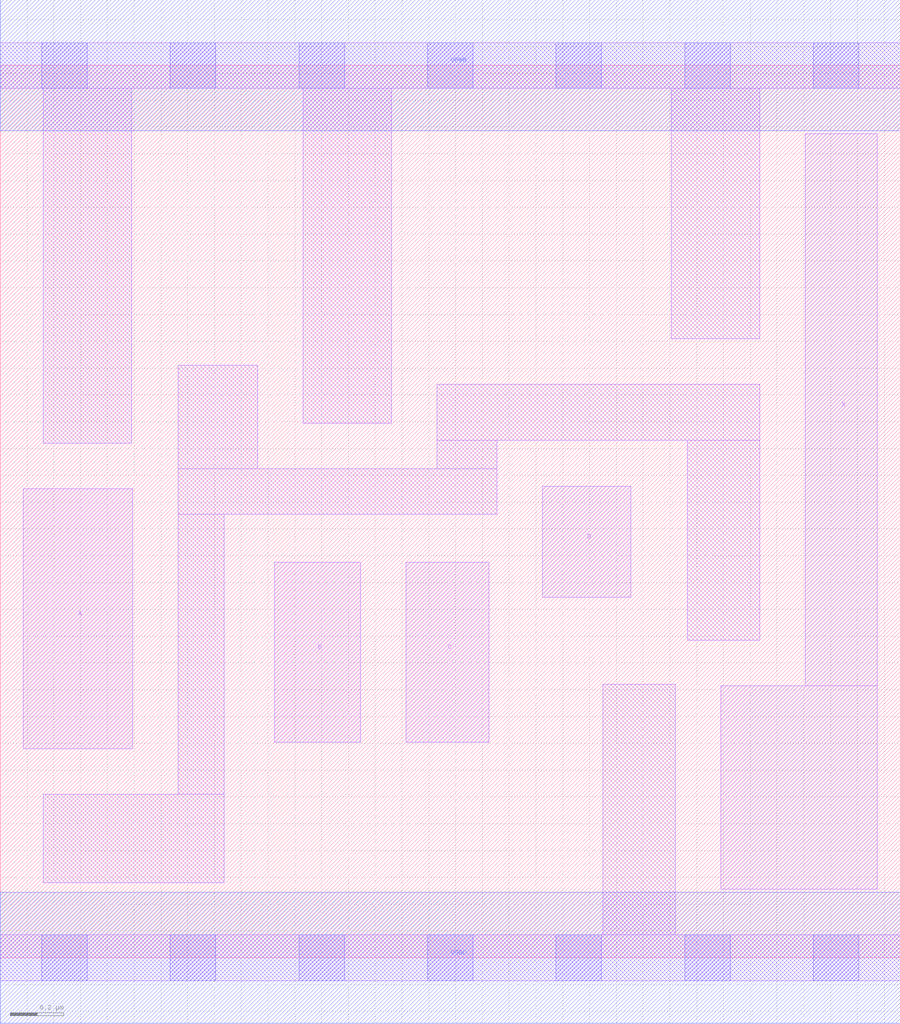
<source format=lef>
# Copyright 2020 The SkyWater PDK Authors
#
# Licensed under the Apache License, Version 2.0 (the "License");
# you may not use this file except in compliance with the License.
# You may obtain a copy of the License at
#
#     https://www.apache.org/licenses/LICENSE-2.0
#
# Unless required by applicable law or agreed to in writing, software
# distributed under the License is distributed on an "AS IS" BASIS,
# WITHOUT WARRANTIES OR CONDITIONS OF ANY KIND, either express or implied.
# See the License for the specific language governing permissions and
# limitations under the License.
#
# SPDX-License-Identifier: Apache-2.0

VERSION 5.7 ;
  NAMESCASESENSITIVE ON ;
  NOWIREEXTENSIONATPIN ON ;
  DIVIDERCHAR "/" ;
  BUSBITCHARS "[]" ;
UNITS
  DATABASE MICRONS 200 ;
END UNITS
MACRO sky130_fd_sc_lp__and4_1
  CLASS CORE ;
  FOREIGN sky130_fd_sc_lp__and4_1 ;
  ORIGIN  0.000000  0.000000 ;
  SIZE  3.360000 BY  3.330000 ;
  SYMMETRY X Y R90 ;
  SITE unit ;
  PIN A
    ANTENNAGATEAREA  0.126000 ;
    DIRECTION INPUT ;
    USE SIGNAL ;
    PORT
      LAYER li1 ;
        RECT 0.085000 0.780000 0.495000 1.750000 ;
    END
  END A
  PIN B
    ANTENNAGATEAREA  0.126000 ;
    DIRECTION INPUT ;
    USE SIGNAL ;
    PORT
      LAYER li1 ;
        RECT 1.025000 0.805000 1.345000 1.475000 ;
    END
  END B
  PIN C
    ANTENNAGATEAREA  0.126000 ;
    DIRECTION INPUT ;
    USE SIGNAL ;
    PORT
      LAYER li1 ;
        RECT 1.515000 0.805000 1.825000 1.475000 ;
    END
  END C
  PIN D
    ANTENNAGATEAREA  0.126000 ;
    DIRECTION INPUT ;
    USE SIGNAL ;
    PORT
      LAYER li1 ;
        RECT 2.025000 1.345000 2.355000 1.760000 ;
    END
  END D
  PIN X
    ANTENNADIFFAREA  0.556500 ;
    DIRECTION OUTPUT ;
    USE SIGNAL ;
    PORT
      LAYER li1 ;
        RECT 2.690000 0.255000 3.275000 1.015000 ;
        RECT 3.005000 1.015000 3.275000 3.075000 ;
    END
  END X
  PIN VGND
    DIRECTION INOUT ;
    USE GROUND ;
    PORT
      LAYER met1 ;
        RECT 0.000000 -0.245000 3.360000 0.245000 ;
    END
  END VGND
  PIN VPWR
    DIRECTION INOUT ;
    USE POWER ;
    PORT
      LAYER met1 ;
        RECT 0.000000 3.085000 3.360000 3.575000 ;
    END
  END VPWR
  OBS
    LAYER li1 ;
      RECT 0.000000 -0.085000 3.360000 0.085000 ;
      RECT 0.000000  3.245000 3.360000 3.415000 ;
      RECT 0.160000  0.280000 0.835000 0.610000 ;
      RECT 0.160000  1.920000 0.490000 3.245000 ;
      RECT 0.665000  0.610000 0.835000 1.655000 ;
      RECT 0.665000  1.655000 1.855000 1.825000 ;
      RECT 0.665000  1.825000 0.960000 2.210000 ;
      RECT 1.130000  1.995000 1.460000 3.245000 ;
      RECT 1.630000  1.825000 1.855000 1.930000 ;
      RECT 1.630000  1.930000 2.835000 2.140000 ;
      RECT 2.250000  0.085000 2.520000 1.020000 ;
      RECT 2.505000  2.310000 2.835000 3.245000 ;
      RECT 2.565000  1.185000 2.835000 1.930000 ;
    LAYER mcon ;
      RECT 0.155000 -0.085000 0.325000 0.085000 ;
      RECT 0.155000  3.245000 0.325000 3.415000 ;
      RECT 0.635000 -0.085000 0.805000 0.085000 ;
      RECT 0.635000  3.245000 0.805000 3.415000 ;
      RECT 1.115000 -0.085000 1.285000 0.085000 ;
      RECT 1.115000  3.245000 1.285000 3.415000 ;
      RECT 1.595000 -0.085000 1.765000 0.085000 ;
      RECT 1.595000  3.245000 1.765000 3.415000 ;
      RECT 2.075000 -0.085000 2.245000 0.085000 ;
      RECT 2.075000  3.245000 2.245000 3.415000 ;
      RECT 2.555000 -0.085000 2.725000 0.085000 ;
      RECT 2.555000  3.245000 2.725000 3.415000 ;
      RECT 3.035000 -0.085000 3.205000 0.085000 ;
      RECT 3.035000  3.245000 3.205000 3.415000 ;
  END
END sky130_fd_sc_lp__and4_1
END LIBRARY

</source>
